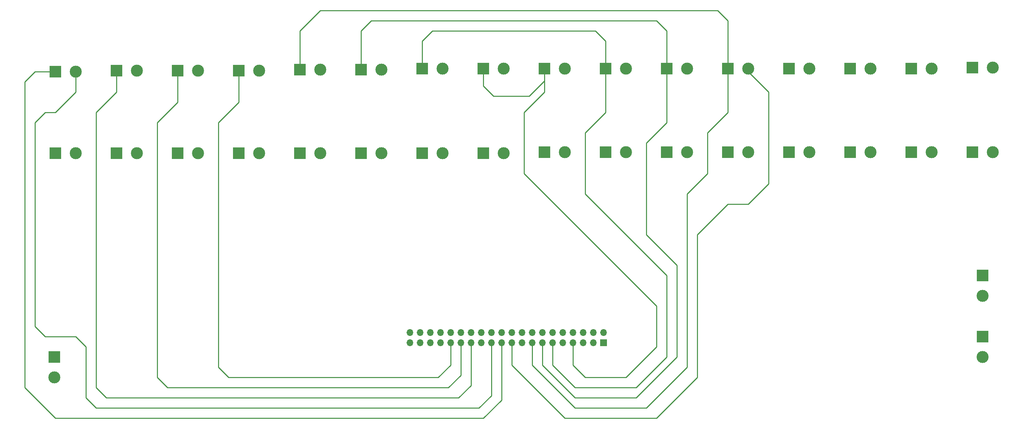
<source format=gbr>
%TF.GenerationSoftware,KiCad,Pcbnew,(6.0.9)*%
%TF.CreationDate,2022-12-20T13:31:30+02:00*%
%TF.ProjectId,piPDU,70695044-552e-46b6-9963-61645f706362,rev?*%
%TF.SameCoordinates,Original*%
%TF.FileFunction,Copper,L2,Bot*%
%TF.FilePolarity,Positive*%
%FSLAX46Y46*%
G04 Gerber Fmt 4.6, Leading zero omitted, Abs format (unit mm)*
G04 Created by KiCad (PCBNEW (6.0.9)) date 2022-12-20 13:31:30*
%MOMM*%
%LPD*%
G01*
G04 APERTURE LIST*
%TA.AperFunction,ComponentPad*%
%ADD10R,3.000000X3.000000*%
%TD*%
%TA.AperFunction,ComponentPad*%
%ADD11C,3.000000*%
%TD*%
%TA.AperFunction,ComponentPad*%
%ADD12R,1.700000X1.700000*%
%TD*%
%TA.AperFunction,ComponentPad*%
%ADD13O,1.700000X1.700000*%
%TD*%
%TA.AperFunction,Conductor*%
%ADD14C,0.250000*%
%TD*%
G04 APERTURE END LIST*
D10*
%TO.P,J17,1,Pin_1*%
%TO.N,GND*%
X152400000Y-71628000D03*
D11*
%TO.P,J17,2,Pin_2*%
%TO.N,LED9*%
X157480000Y-71628000D03*
%TD*%
D10*
%TO.P,J13,1,Pin_1*%
%TO.N,GND*%
X121920000Y-71882000D03*
D11*
%TO.P,J13,2,Pin_2*%
%TO.N,LED7*%
X127000000Y-71882000D03*
%TD*%
D10*
%TO.P,J16,1,Pin_1*%
%TO.N,row8*%
X152400000Y-50800000D03*
D11*
%TO.P,J16,2,Pin_2*%
%TO.N,col1*%
X157480000Y-50800000D03*
%TD*%
D10*
%TO.P,J25,1,Pin_1*%
%TO.N,GND*%
X213360000Y-71628000D03*
D11*
%TO.P,J25,2,Pin_2*%
%TO.N,LED13*%
X218440000Y-71628000D03*
%TD*%
D10*
%TO.P,J11,1,Pin_1*%
%TO.N,GND*%
X106680000Y-71882000D03*
D11*
%TO.P,J11,2,Pin_2*%
%TO.N,LED6*%
X111760000Y-71882000D03*
%TD*%
D10*
%TO.P,J28,1,Pin_1*%
%TO.N,row2*%
X243840000Y-50800000D03*
D11*
%TO.P,J28,2,Pin_2*%
%TO.N,col1*%
X248920000Y-50800000D03*
%TD*%
D10*
%TO.P,J27,1,Pin_1*%
%TO.N,GND*%
X228600000Y-71628000D03*
D11*
%TO.P,J27,2,Pin_2*%
%TO.N,LED14*%
X233680000Y-71628000D03*
%TD*%
D10*
%TO.P,J12,1,Pin_1*%
%TO.N,row7*%
X121920000Y-50800000D03*
D11*
%TO.P,J12,2,Pin_2*%
%TO.N,col2*%
X127000000Y-50800000D03*
%TD*%
D10*
%TO.P,J31,1,Pin_1*%
%TO.N,GND*%
X259080000Y-71628000D03*
D11*
%TO.P,J31,2,Pin_2*%
%TO.N,LED16*%
X264160000Y-71628000D03*
%TD*%
D10*
%TO.P,J18,1,Pin_1*%
%TO.N,row7*%
X167640000Y-50800000D03*
D11*
%TO.P,J18,2,Pin_2*%
%TO.N,col1*%
X172720000Y-50800000D03*
%TD*%
D10*
%TO.P,J2,1,Pin_1*%
%TO.N,row2*%
X45720000Y-51308000D03*
D11*
%TO.P,J2,2,Pin_2*%
%TO.N,col2*%
X50800000Y-51308000D03*
%TD*%
D10*
%TO.P,J32,1,Pin_1*%
%TO.N,GND*%
X30226000Y-122682000D03*
D11*
%TO.P,J32,2,Pin_2*%
%TO.N,+5V*%
X30226000Y-127762000D03*
%TD*%
D10*
%TO.P,J1,1,Pin_1*%
%TO.N,GND*%
X30480000Y-71882000D03*
D11*
%TO.P,J1,2,Pin_2*%
%TO.N,LED1*%
X35560000Y-71882000D03*
%TD*%
D10*
%TO.P,J8,1,Pin_1*%
%TO.N,row5*%
X91440000Y-51054000D03*
D11*
%TO.P,J8,2,Pin_2*%
%TO.N,col2*%
X96520000Y-51054000D03*
%TD*%
D12*
%TO.P,J35,1,3V3*%
%TO.N,unconnected-(J35-Pad1)*%
X167095000Y-119047000D03*
D13*
%TO.P,J35,2,5V*%
%TO.N,+5V*%
X167095000Y-116507000D03*
%TO.P,J35,3,SDA/GPIO2*%
%TO.N,Net-(J34-Pad1)*%
X164555000Y-119047000D03*
%TO.P,J35,4,5V*%
%TO.N,unconnected-(J35-Pad4)*%
X164555000Y-116507000D03*
%TO.P,J35,5,SCL/GPIO3*%
%TO.N,Net-(J34-Pad2)*%
X162015000Y-119047000D03*
%TO.P,J35,6,GND*%
%TO.N,unconnected-(J35-Pad6)*%
X162015000Y-116507000D03*
%TO.P,J35,7,GCLK0/GPIO4*%
%TO.N,row8*%
X159475000Y-119047000D03*
%TO.P,J35,8,GPIO14/TXD*%
%TO.N,LED16*%
X159475000Y-116507000D03*
%TO.P,J35,9,GND*%
%TO.N,GND*%
X156935000Y-119047000D03*
%TO.P,J35,10,GPIO15/RXD*%
%TO.N,LED15*%
X156935000Y-116507000D03*
%TO.P,J35,11,GPIO17*%
%TO.N,row7*%
X154395000Y-119047000D03*
%TO.P,J35,12,GPIO18/PWM0*%
%TO.N,LED14*%
X154395000Y-116507000D03*
%TO.P,J35,13,GPIO27*%
%TO.N,row6*%
X151855000Y-119047000D03*
%TO.P,J35,14,GND*%
%TO.N,GND*%
X151855000Y-116507000D03*
%TO.P,J35,15,GPIO22*%
%TO.N,row5*%
X149315000Y-119047000D03*
%TO.P,J35,16,GPIO23*%
%TO.N,LED13*%
X149315000Y-116507000D03*
%TO.P,J35,17,3V3*%
%TO.N,unconnected-(J35-Pad17)*%
X146775000Y-119047000D03*
%TO.P,J35,18,GPIO24*%
%TO.N,LED12*%
X146775000Y-116507000D03*
%TO.P,J35,19,MOSI0/GPIO10*%
%TO.N,col1*%
X144235000Y-119047000D03*
%TO.P,J35,20,GND*%
%TO.N,unconnected-(J35-Pad20)*%
X144235000Y-116507000D03*
%TO.P,J35,21,MISO0/GPIO9*%
%TO.N,row1*%
X141695000Y-119047000D03*
%TO.P,J35,22,GPIO25*%
%TO.N,LED11*%
X141695000Y-116507000D03*
%TO.P,J35,23,SCLK0/GPIO11*%
%TO.N,col2*%
X139155000Y-119047000D03*
%TO.P,J35,24,~{CE0}/GPIO8*%
%TO.N,LED10*%
X139155000Y-116507000D03*
%TO.P,J35,25,GND*%
%TO.N,unconnected-(J35-Pad25)*%
X136615000Y-119047000D03*
%TO.P,J35,26,~{CE1}/GPIO7*%
%TO.N,LED9*%
X136615000Y-116507000D03*
%TO.P,J35,27,ID_SD/GPIO0*%
%TO.N,row2*%
X134075000Y-119047000D03*
%TO.P,J35,28,ID_SC/GPIO1*%
%TO.N,LED8*%
X134075000Y-116507000D03*
%TO.P,J35,29,GCLK1/GPIO5*%
%TO.N,row3*%
X131535000Y-119047000D03*
%TO.P,J35,30,GND*%
%TO.N,unconnected-(J35-Pad30)*%
X131535000Y-116507000D03*
%TO.P,J35,31,GCLK2/GPIO6*%
%TO.N,row4*%
X128995000Y-119047000D03*
%TO.P,J35,32,PWM0/GPIO12*%
%TO.N,LED7*%
X128995000Y-116507000D03*
%TO.P,J35,33,PWM1/GPIO13*%
%TO.N,LED1*%
X126455000Y-119047000D03*
%TO.P,J35,34,GND*%
%TO.N,unconnected-(J35-Pad34)*%
X126455000Y-116507000D03*
%TO.P,J35,35,GPIO19/MISO1*%
%TO.N,LED2*%
X123915000Y-119047000D03*
%TO.P,J35,36,GPIO16*%
%TO.N,LED6*%
X123915000Y-116507000D03*
%TO.P,J35,37,GPIO26*%
%TO.N,LED3*%
X121375000Y-119047000D03*
%TO.P,J35,38,GPIO20/MOSI1*%
%TO.N,LED5*%
X121375000Y-116507000D03*
%TO.P,J35,39,GND*%
%TO.N,unconnected-(J35-Pad39)*%
X118835000Y-119047000D03*
%TO.P,J35,40,GPIO21/SCLK1*%
%TO.N,LED4*%
X118835000Y-116507000D03*
%TD*%
D10*
%TO.P,J14,1,Pin_1*%
%TO.N,row8*%
X137160000Y-50800000D03*
D11*
%TO.P,J14,2,Pin_2*%
%TO.N,col2*%
X142240000Y-50800000D03*
%TD*%
D10*
%TO.P,J20,1,Pin_1*%
%TO.N,row6*%
X182880000Y-50800000D03*
D11*
%TO.P,J20,2,Pin_2*%
%TO.N,col1*%
X187960000Y-50800000D03*
%TD*%
D10*
%TO.P,J4,1,Pin_1*%
%TO.N,row3*%
X60960000Y-51308000D03*
D11*
%TO.P,J4,2,Pin_2*%
%TO.N,col2*%
X66040000Y-51308000D03*
%TD*%
D10*
%TO.P,J9,1,Pin_1*%
%TO.N,GND*%
X91440000Y-71882000D03*
D11*
%TO.P,J9,2,Pin_2*%
%TO.N,LED5*%
X96520000Y-71882000D03*
%TD*%
D10*
%TO.P,J23,1,Pin_1*%
%TO.N,GND*%
X198120000Y-71628000D03*
D11*
%TO.P,J23,2,Pin_2*%
%TO.N,LED12*%
X203200000Y-71628000D03*
%TD*%
D10*
%TO.P,J6,1,Pin_1*%
%TO.N,row4*%
X76200000Y-51308000D03*
D11*
%TO.P,J6,2,Pin_2*%
%TO.N,col2*%
X81280000Y-51308000D03*
%TD*%
D10*
%TO.P,J21,1,Pin_1*%
%TO.N,GND*%
X182880000Y-71628000D03*
D11*
%TO.P,J21,2,Pin_2*%
%TO.N,LED11*%
X187960000Y-71628000D03*
%TD*%
D10*
%TO.P,J29,1,Pin_1*%
%TO.N,GND*%
X243840000Y-71628000D03*
D11*
%TO.P,J29,2,Pin_2*%
%TO.N,LED15*%
X248920000Y-71628000D03*
%TD*%
D10*
%TO.P,J0,1,Pin_1*%
%TO.N,row1*%
X30480000Y-51562000D03*
D11*
%TO.P,J0,2,Pin_2*%
%TO.N,col2*%
X35560000Y-51562000D03*
%TD*%
D10*
%TO.P,J15,1,Pin_1*%
%TO.N,GND*%
X137160000Y-71882000D03*
D11*
%TO.P,J15,2,Pin_2*%
%TO.N,LED8*%
X142240000Y-71882000D03*
%TD*%
D10*
%TO.P,J24,1,Pin_1*%
%TO.N,row4*%
X213360000Y-50800000D03*
D11*
%TO.P,J24,2,Pin_2*%
%TO.N,col1*%
X218440000Y-50800000D03*
%TD*%
D10*
%TO.P,J10,1,Pin_1*%
%TO.N,row6*%
X106680000Y-51054000D03*
D11*
%TO.P,J10,2,Pin_2*%
%TO.N,col2*%
X111760000Y-51054000D03*
%TD*%
D10*
%TO.P,J5,1,Pin_1*%
%TO.N,GND*%
X60960000Y-71882000D03*
D11*
%TO.P,J5,2,Pin_2*%
%TO.N,LED3*%
X66040000Y-71882000D03*
%TD*%
D10*
%TO.P,J22,1,Pin_1*%
%TO.N,row5*%
X198120000Y-50800000D03*
D11*
%TO.P,J22,2,Pin_2*%
%TO.N,col1*%
X203200000Y-50800000D03*
%TD*%
D10*
%TO.P,J34,1,Pin_1*%
%TO.N,Net-(J34-Pad1)*%
X261620000Y-102362000D03*
D11*
%TO.P,J34,2,Pin_2*%
%TO.N,Net-(J34-Pad2)*%
X261620000Y-107442000D03*
%TD*%
D10*
%TO.P,J3,1,Pin_1*%
%TO.N,GND*%
X45720000Y-71882000D03*
D11*
%TO.P,J3,2,Pin_2*%
%TO.N,LED2*%
X50800000Y-71882000D03*
%TD*%
D10*
%TO.P,J30,1,Pin_1*%
%TO.N,row1*%
X259080000Y-50546000D03*
D11*
%TO.P,J30,2,Pin_2*%
%TO.N,col1*%
X264160000Y-50546000D03*
%TD*%
D10*
%TO.P,J26,1,Pin_1*%
%TO.N,row3*%
X228600000Y-50800000D03*
D11*
%TO.P,J26,2,Pin_2*%
%TO.N,col1*%
X233680000Y-50800000D03*
%TD*%
D10*
%TO.P,J33,1,Pin_1*%
%TO.N,GND*%
X261620000Y-117602000D03*
D11*
%TO.P,J33,2,Pin_2*%
%TO.N,+5V*%
X261620000Y-122682000D03*
%TD*%
D10*
%TO.P,J19,1,Pin_1*%
%TO.N,GND*%
X167640000Y-71628000D03*
D11*
%TO.P,J19,2,Pin_2*%
%TO.N,LED10*%
X172720000Y-71628000D03*
%TD*%
D10*
%TO.P,J7,1,Pin_1*%
%TO.N,GND*%
X76200000Y-71882000D03*
D11*
%TO.P,J7,2,Pin_2*%
%TO.N,LED4*%
X81280000Y-71882000D03*
%TD*%
D14*
%TO.N,col2*%
X25400000Y-64262000D02*
X27940000Y-61722000D01*
X136070000Y-135382000D02*
X40640000Y-135382000D01*
X40640000Y-135382000D02*
X38100000Y-132842000D01*
X25400000Y-115062000D02*
X25400000Y-64262000D01*
X139155000Y-132297000D02*
X136070000Y-135382000D01*
X35560000Y-56642000D02*
X35560000Y-51562000D01*
X27940000Y-117602000D02*
X25400000Y-115062000D01*
X139155000Y-119047000D02*
X139155000Y-132297000D01*
X35560000Y-117602000D02*
X27940000Y-117602000D01*
X38100000Y-132842000D02*
X38100000Y-120142000D01*
X30480000Y-61722000D02*
X35560000Y-56642000D01*
X27940000Y-61722000D02*
X30480000Y-61722000D01*
X38100000Y-120142000D02*
X35560000Y-117602000D01*
%TO.N,row1*%
X30480000Y-51562000D02*
X25400000Y-51562000D01*
X22860000Y-130302000D02*
X30480000Y-137922000D01*
X30480000Y-137922000D02*
X137160000Y-137922000D01*
X141695000Y-133387000D02*
X141695000Y-119047000D01*
X141695000Y-133387000D02*
X137160000Y-137922000D01*
X25400000Y-51562000D02*
X22860000Y-54102000D01*
X22860000Y-54102000D02*
X22860000Y-130302000D01*
%TO.N,row2*%
X134075000Y-119047000D02*
X134075000Y-129757000D01*
X40640000Y-130302000D02*
X40640000Y-61722000D01*
X45720000Y-56642000D02*
X45720000Y-51562000D01*
X43180000Y-132842000D02*
X40640000Y-130302000D01*
X130990000Y-132842000D02*
X43180000Y-132842000D01*
X40640000Y-61722000D02*
X45720000Y-56642000D01*
X134075000Y-129757000D02*
X130990000Y-132842000D01*
%TO.N,row3*%
X131535000Y-127217000D02*
X128450000Y-130302000D01*
X55880000Y-127762000D02*
X55880000Y-64262000D01*
X60960000Y-59182000D02*
X60960000Y-51562000D01*
X55880000Y-64262000D02*
X60960000Y-59182000D01*
X58420000Y-130302000D02*
X55880000Y-127762000D01*
X128450000Y-130302000D02*
X58420000Y-130302000D01*
X131535000Y-119047000D02*
X131535000Y-127217000D01*
%TO.N,row4*%
X71120000Y-64262000D02*
X76200000Y-59182000D01*
X125910000Y-127762000D02*
X73660000Y-127762000D01*
X73660000Y-127762000D02*
X71120000Y-125222000D01*
X128995000Y-119047000D02*
X128995000Y-124677000D01*
X128995000Y-124677000D02*
X125910000Y-127762000D01*
X71120000Y-125222000D02*
X71120000Y-64262000D01*
X76200000Y-59182000D02*
X76200000Y-51562000D01*
%TO.N,row5*%
X91440000Y-41402000D02*
X96520000Y-36322000D01*
X187960000Y-125222000D02*
X187960000Y-82042000D01*
X198120000Y-38862000D02*
X198120000Y-51562000D01*
X193040000Y-66802000D02*
X198120000Y-61722000D01*
X195580000Y-36322000D02*
X198120000Y-38862000D01*
X160020000Y-135382000D02*
X177800000Y-135382000D01*
X96520000Y-36322000D02*
X195580000Y-36322000D01*
X149315000Y-119047000D02*
X149315000Y-124677000D01*
X177800000Y-135382000D02*
X187960000Y-125222000D01*
X91440000Y-51562000D02*
X91440000Y-41402000D01*
X149315000Y-124677000D02*
X160020000Y-135382000D01*
X187960000Y-82042000D02*
X193040000Y-76962000D01*
X198120000Y-61722000D02*
X198120000Y-51562000D01*
X193040000Y-76962000D02*
X193040000Y-66802000D01*
%TO.N,row6*%
X160020000Y-132842000D02*
X175260000Y-132842000D01*
X175260000Y-132842000D02*
X185420000Y-122682000D01*
X180340000Y-38862000D02*
X182880000Y-41402000D01*
X177800000Y-92202000D02*
X177800000Y-69342000D01*
X177800000Y-69342000D02*
X182880000Y-64262000D01*
X106680000Y-51562000D02*
X106680000Y-41402000D01*
X185420000Y-99822000D02*
X177800000Y-92202000D01*
X185420000Y-122682000D02*
X185420000Y-99822000D01*
X109220000Y-38862000D02*
X180340000Y-38862000D01*
X182880000Y-41402000D02*
X182880000Y-51562000D01*
X106680000Y-41402000D02*
X109220000Y-38862000D01*
X151855000Y-124677000D02*
X160020000Y-132842000D01*
X182880000Y-64262000D02*
X182880000Y-51562000D01*
X151855000Y-119047000D02*
X151855000Y-124677000D01*
%TO.N,row7*%
X121920000Y-51562000D02*
X121920000Y-43942000D01*
X167640000Y-61722000D02*
X167640000Y-51562000D01*
X175260000Y-130302000D02*
X182880000Y-122682000D01*
X167640000Y-43942000D02*
X167640000Y-51562000D01*
X121920000Y-43942000D02*
X124460000Y-41402000D01*
X124460000Y-41402000D02*
X165100000Y-41402000D01*
X182880000Y-122682000D02*
X182880000Y-102362000D01*
X162560000Y-82042000D02*
X162560000Y-66802000D01*
X162560000Y-66802000D02*
X167640000Y-61722000D01*
X165100000Y-41402000D02*
X167640000Y-43942000D01*
X182880000Y-102362000D02*
X162560000Y-82042000D01*
X160020000Y-130302000D02*
X175260000Y-130302000D01*
X154395000Y-119047000D02*
X154395000Y-124677000D01*
X154395000Y-124677000D02*
X160020000Y-130302000D01*
%TO.N,row8*%
X180340000Y-120142000D02*
X172720000Y-127762000D01*
X137160000Y-55118000D02*
X139700000Y-57658000D01*
X147320000Y-61722000D02*
X147320000Y-76962000D01*
X159475000Y-124677000D02*
X159475000Y-119047000D01*
X162560000Y-127762000D02*
X159475000Y-124677000D01*
X147320000Y-76962000D02*
X180340000Y-109982000D01*
X152400000Y-56642000D02*
X147320000Y-61722000D01*
X139700000Y-57658000D02*
X148590000Y-57658000D01*
X180340000Y-109982000D02*
X180340000Y-120142000D01*
X152400000Y-51562000D02*
X152400000Y-56642000D01*
X148590000Y-57658000D02*
X152400000Y-53848000D01*
X172720000Y-127762000D02*
X162560000Y-127762000D01*
X137160000Y-50800000D02*
X137160000Y-55118000D01*
X152400000Y-53848000D02*
X152400000Y-50800000D01*
%TO.N,col1*%
X190500000Y-92202000D02*
X198120000Y-84582000D01*
X198120000Y-84582000D02*
X203200000Y-84582000D01*
X190500000Y-127762000D02*
X190500000Y-92202000D01*
X144235000Y-124677000D02*
X157480000Y-137922000D01*
X157480000Y-137922000D02*
X180340000Y-137922000D01*
X208280000Y-56642000D02*
X203200000Y-51562000D01*
X208280000Y-79502000D02*
X208280000Y-56642000D01*
X180340000Y-137922000D02*
X190500000Y-127762000D01*
X203200000Y-84582000D02*
X208280000Y-79502000D01*
X144235000Y-119047000D02*
X144235000Y-124677000D01*
%TD*%
M02*

</source>
